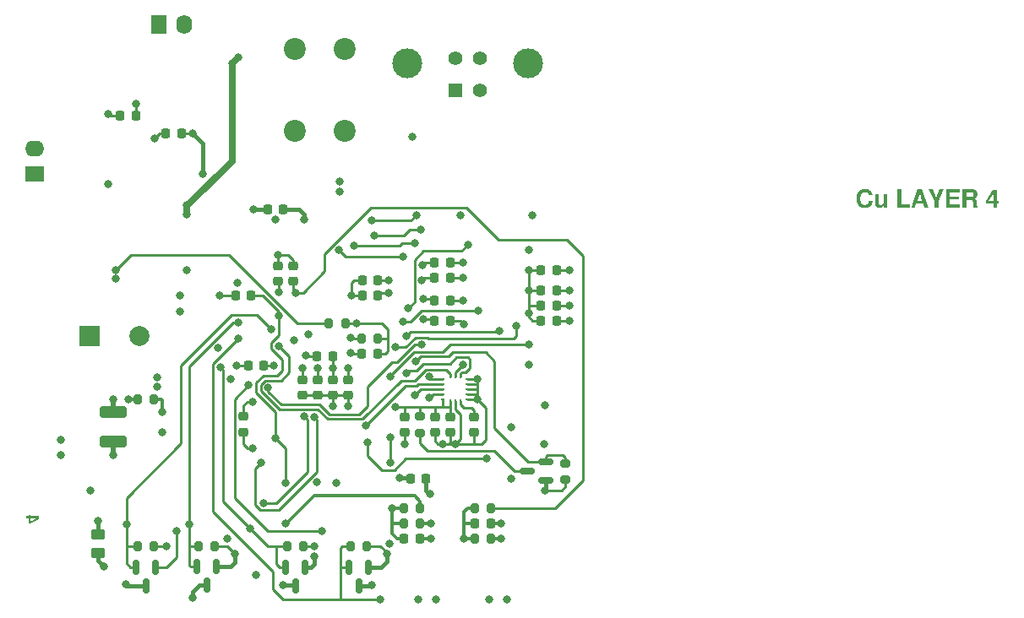
<source format=gbr>
%TF.GenerationSoftware,KiCad,Pcbnew,7.0.7-7.0.7~ubuntu20.04.1*%
%TF.CreationDate,2023-08-17T20:41:32-07:00*%
%TF.ProjectId,IMU-2X,494d552d-3258-42e6-9b69-6361645f7063,1.0*%
%TF.SameCoordinates,Original*%
%TF.FileFunction,Copper,L4,Bot*%
%TF.FilePolarity,Positive*%
%FSLAX46Y46*%
G04 Gerber Fmt 4.6, Leading zero omitted, Abs format (unit mm)*
G04 Created by KiCad (PCBNEW 7.0.7-7.0.7~ubuntu20.04.1) date 2023-08-17 20:41:32*
%MOMM*%
%LPD*%
G01*
G04 APERTURE LIST*
G04 Aperture macros list*
%AMRoundRect*
0 Rectangle with rounded corners*
0 $1 Rounding radius*
0 $2 $3 $4 $5 $6 $7 $8 $9 X,Y pos of 4 corners*
0 Add a 4 corners polygon primitive as box body*
4,1,4,$2,$3,$4,$5,$6,$7,$8,$9,$2,$3,0*
0 Add four circle primitives for the rounded corners*
1,1,$1+$1,$2,$3*
1,1,$1+$1,$4,$5*
1,1,$1+$1,$6,$7*
1,1,$1+$1,$8,$9*
0 Add four rect primitives between the rounded corners*
20,1,$1+$1,$2,$3,$4,$5,0*
20,1,$1+$1,$4,$5,$6,$7,0*
20,1,$1+$1,$6,$7,$8,$9,0*
20,1,$1+$1,$8,$9,$2,$3,0*%
G04 Aperture macros list end*
%ADD10C,0.300000*%
%TA.AperFunction,NonConductor*%
%ADD11C,0.300000*%
%TD*%
%TA.AperFunction,ComponentPad*%
%ADD12C,2.200000*%
%TD*%
%TA.AperFunction,ComponentPad*%
%ADD13R,1.905000X1.600200*%
%TD*%
%TA.AperFunction,ComponentPad*%
%ADD14O,1.905000X1.600200*%
%TD*%
%TA.AperFunction,ComponentPad*%
%ADD15R,1.600200X1.905000*%
%TD*%
%TA.AperFunction,ComponentPad*%
%ADD16O,1.600200X1.905000*%
%TD*%
%TA.AperFunction,ComponentPad*%
%ADD17R,1.400000X1.400000*%
%TD*%
%TA.AperFunction,ComponentPad*%
%ADD18C,1.400000*%
%TD*%
%TA.AperFunction,ComponentPad*%
%ADD19C,3.000000*%
%TD*%
%TA.AperFunction,ComponentPad*%
%ADD20R,2.000000X2.000000*%
%TD*%
%TA.AperFunction,ComponentPad*%
%ADD21C,2.000000*%
%TD*%
%TA.AperFunction,SMDPad,CuDef*%
%ADD22RoundRect,0.225000X-0.250000X0.225000X-0.250000X-0.225000X0.250000X-0.225000X0.250000X0.225000X0*%
%TD*%
%TA.AperFunction,SMDPad,CuDef*%
%ADD23RoundRect,0.225000X0.225000X0.250000X-0.225000X0.250000X-0.225000X-0.250000X0.225000X-0.250000X0*%
%TD*%
%TA.AperFunction,SMDPad,CuDef*%
%ADD24RoundRect,0.250000X-0.450000X0.262500X-0.450000X-0.262500X0.450000X-0.262500X0.450000X0.262500X0*%
%TD*%
%TA.AperFunction,SMDPad,CuDef*%
%ADD25RoundRect,0.225000X-0.225000X-0.250000X0.225000X-0.250000X0.225000X0.250000X-0.225000X0.250000X0*%
%TD*%
%TA.AperFunction,SMDPad,CuDef*%
%ADD26RoundRect,0.200000X0.200000X0.275000X-0.200000X0.275000X-0.200000X-0.275000X0.200000X-0.275000X0*%
%TD*%
%TA.AperFunction,SMDPad,CuDef*%
%ADD27RoundRect,0.150000X-0.150000X0.587500X-0.150000X-0.587500X0.150000X-0.587500X0.150000X0.587500X0*%
%TD*%
%TA.AperFunction,SMDPad,CuDef*%
%ADD28RoundRect,0.200000X-0.200000X-0.275000X0.200000X-0.275000X0.200000X0.275000X-0.200000X0.275000X0*%
%TD*%
%TA.AperFunction,SMDPad,CuDef*%
%ADD29RoundRect,0.225000X0.250000X-0.225000X0.250000X0.225000X-0.250000X0.225000X-0.250000X-0.225000X0*%
%TD*%
%TA.AperFunction,SMDPad,CuDef*%
%ADD30RoundRect,0.200000X0.275000X-0.200000X0.275000X0.200000X-0.275000X0.200000X-0.275000X-0.200000X0*%
%TD*%
%TA.AperFunction,SMDPad,CuDef*%
%ADD31RoundRect,0.200000X-0.275000X0.200000X-0.275000X-0.200000X0.275000X-0.200000X0.275000X0.200000X0*%
%TD*%
%TA.AperFunction,SMDPad,CuDef*%
%ADD32RoundRect,0.150000X0.587500X0.150000X-0.587500X0.150000X-0.587500X-0.150000X0.587500X-0.150000X0*%
%TD*%
%TA.AperFunction,SMDPad,CuDef*%
%ADD33R,0.350000X0.250000*%
%TD*%
%TA.AperFunction,SMDPad,CuDef*%
%ADD34R,0.250000X0.350000*%
%TD*%
%TA.AperFunction,SMDPad,CuDef*%
%ADD35RoundRect,0.250000X-1.100000X0.325000X-1.100000X-0.325000X1.100000X-0.325000X1.100000X0.325000X0*%
%TD*%
%TA.AperFunction,ViaPad*%
%ADD36C,0.812800*%
%TD*%
%TA.AperFunction,Conductor*%
%ADD37C,0.254000*%
%TD*%
%TA.AperFunction,Conductor*%
%ADD38C,0.381000*%
%TD*%
%TA.AperFunction,Conductor*%
%ADD39C,0.304800*%
%TD*%
%TA.AperFunction,Conductor*%
%ADD40C,0.508000*%
%TD*%
%TA.AperFunction,Conductor*%
%ADD41C,0.635000*%
%TD*%
G04 APERTURE END LIST*
D10*
D11*
G36*
X130706252Y-122742352D02*
G01*
X131485445Y-122742352D01*
X131485445Y-123037031D01*
X130709974Y-123499832D01*
X130499046Y-123499832D01*
X130499046Y-122992364D01*
X130706252Y-122992364D01*
X130706252Y-123323025D01*
X131247841Y-122992364D01*
X130706252Y-122992364D01*
X130499046Y-122992364D01*
X130218636Y-122992364D01*
X130218636Y-122742352D01*
X130499046Y-122742352D01*
X130499046Y-122609902D01*
X130706252Y-122609902D01*
X130706252Y-122742352D01*
G37*
D10*
D11*
G36*
X214698400Y-90567224D02*
G01*
X214693760Y-90547053D01*
X214688631Y-90527521D01*
X214683015Y-90508630D01*
X214676911Y-90490380D01*
X214670320Y-90472770D01*
X214663240Y-90455800D01*
X214655673Y-90439471D01*
X214647619Y-90423781D01*
X214630046Y-90394324D01*
X214610523Y-90367429D01*
X214589049Y-90343095D01*
X214565624Y-90321322D01*
X214540249Y-90302111D01*
X214512922Y-90285462D01*
X214483645Y-90271374D01*
X214452417Y-90259847D01*
X214419238Y-90250882D01*
X214401917Y-90247360D01*
X214384109Y-90244478D01*
X214365813Y-90242237D01*
X214347028Y-90240636D01*
X214327757Y-90239675D01*
X214307997Y-90239355D01*
X214280532Y-90240020D01*
X214253830Y-90242015D01*
X214227891Y-90245340D01*
X214202716Y-90249995D01*
X214178303Y-90255979D01*
X214154655Y-90263294D01*
X214131769Y-90271938D01*
X214109647Y-90281913D01*
X214088289Y-90293217D01*
X214067693Y-90305852D01*
X214047861Y-90319816D01*
X214028793Y-90335110D01*
X214010488Y-90351734D01*
X213992946Y-90369689D01*
X213976167Y-90388973D01*
X213960152Y-90409586D01*
X213945007Y-90431330D01*
X213930839Y-90454112D01*
X213917648Y-90477932D01*
X213905435Y-90502790D01*
X213894198Y-90528687D01*
X213883939Y-90555621D01*
X213874656Y-90583594D01*
X213866351Y-90612605D01*
X213859023Y-90642654D01*
X213852672Y-90673741D01*
X213847298Y-90705866D01*
X213842901Y-90739030D01*
X213839481Y-90773232D01*
X213838137Y-90790722D01*
X213837038Y-90808471D01*
X213836183Y-90826481D01*
X213835573Y-90844749D01*
X213835206Y-90863278D01*
X213835084Y-90882065D01*
X213835202Y-90900557D01*
X213835557Y-90918795D01*
X213836149Y-90936778D01*
X213836977Y-90954506D01*
X213838042Y-90971980D01*
X213840882Y-91006165D01*
X213844668Y-91039332D01*
X213849401Y-91071481D01*
X213855080Y-91102612D01*
X213861706Y-91132726D01*
X213869279Y-91161821D01*
X213877798Y-91189899D01*
X213887263Y-91216959D01*
X213897675Y-91243001D01*
X213909034Y-91268026D01*
X213921339Y-91292033D01*
X213934591Y-91315021D01*
X213948790Y-91336992D01*
X213956244Y-91347596D01*
X213971818Y-91367895D01*
X213988142Y-91386884D01*
X214005215Y-91404563D01*
X214023039Y-91420933D01*
X214041612Y-91435993D01*
X214060935Y-91449743D01*
X214081008Y-91462184D01*
X214101831Y-91473316D01*
X214123403Y-91483137D01*
X214145725Y-91491650D01*
X214168797Y-91498852D01*
X214192619Y-91504745D01*
X214217190Y-91509329D01*
X214242512Y-91512603D01*
X214268583Y-91514567D01*
X214295404Y-91515222D01*
X214317007Y-91514851D01*
X214338063Y-91513736D01*
X214358574Y-91511879D01*
X214378538Y-91509278D01*
X214397956Y-91505935D01*
X214416828Y-91501848D01*
X214435154Y-91497019D01*
X214452933Y-91491446D01*
X214470166Y-91485131D01*
X214486853Y-91478072D01*
X214502994Y-91470271D01*
X214518588Y-91461726D01*
X214533636Y-91452439D01*
X214548138Y-91442408D01*
X214562094Y-91431635D01*
X214575504Y-91420118D01*
X214588299Y-91407918D01*
X214600413Y-91395094D01*
X214611845Y-91381645D01*
X214622594Y-91367572D01*
X214632662Y-91352875D01*
X214642048Y-91337554D01*
X214650752Y-91321608D01*
X214658774Y-91305038D01*
X214666114Y-91287844D01*
X214672772Y-91270026D01*
X214678748Y-91251583D01*
X214684043Y-91232516D01*
X214688655Y-91212825D01*
X214692585Y-91192510D01*
X214695834Y-91171570D01*
X214698400Y-91150006D01*
X215063616Y-91150006D01*
X215062316Y-91169422D01*
X215060639Y-91188586D01*
X215058587Y-91207498D01*
X215056159Y-91226158D01*
X215053356Y-91244567D01*
X215050176Y-91262723D01*
X215046621Y-91280628D01*
X215042690Y-91298280D01*
X215038384Y-91315681D01*
X215033701Y-91332830D01*
X215028643Y-91349726D01*
X215023209Y-91366371D01*
X215017400Y-91382764D01*
X215004654Y-91414795D01*
X214990404Y-91445817D01*
X214974652Y-91475833D01*
X214957397Y-91504840D01*
X214938639Y-91532840D01*
X214918378Y-91559832D01*
X214896613Y-91585817D01*
X214873346Y-91610794D01*
X214848576Y-91634763D01*
X214835628Y-91646370D01*
X214822391Y-91657671D01*
X214808899Y-91668614D01*
X214781148Y-91689423D01*
X214752376Y-91708797D01*
X214737608Y-91717946D01*
X214722584Y-91726736D01*
X214707304Y-91735167D01*
X214691769Y-91743239D01*
X214675979Y-91750953D01*
X214659934Y-91758308D01*
X214643634Y-91765304D01*
X214627078Y-91771942D01*
X214610267Y-91778220D01*
X214593200Y-91784140D01*
X214575878Y-91789701D01*
X214558301Y-91794903D01*
X214540469Y-91799747D01*
X214522381Y-91804231D01*
X214504038Y-91808357D01*
X214485440Y-91812124D01*
X214466586Y-91815533D01*
X214447477Y-91818582D01*
X214428113Y-91821273D01*
X214408494Y-91823605D01*
X214388619Y-91825579D01*
X214368489Y-91827193D01*
X214348104Y-91828449D01*
X214327463Y-91829346D01*
X214306567Y-91829884D01*
X214285416Y-91830063D01*
X214261820Y-91829813D01*
X214238532Y-91829062D01*
X214215551Y-91827811D01*
X214192877Y-91826060D01*
X214170510Y-91823808D01*
X214148450Y-91821056D01*
X214126696Y-91817803D01*
X214105250Y-91814050D01*
X214084111Y-91809796D01*
X214063280Y-91805042D01*
X214042755Y-91799788D01*
X214022537Y-91794033D01*
X214002626Y-91787778D01*
X213983022Y-91781022D01*
X213963725Y-91773766D01*
X213944736Y-91766009D01*
X213926053Y-91757752D01*
X213907677Y-91748995D01*
X213889609Y-91739737D01*
X213871847Y-91729979D01*
X213854393Y-91719720D01*
X213837245Y-91708961D01*
X213820405Y-91697702D01*
X213803871Y-91685942D01*
X213787645Y-91673682D01*
X213771726Y-91660921D01*
X213756113Y-91647660D01*
X213740808Y-91633898D01*
X213725810Y-91619636D01*
X213711119Y-91604874D01*
X213696735Y-91589611D01*
X213682657Y-91573848D01*
X213668951Y-91557654D01*
X213655681Y-91541101D01*
X213642845Y-91524189D01*
X213630444Y-91506917D01*
X213618478Y-91489285D01*
X213606948Y-91471294D01*
X213595853Y-91452943D01*
X213585192Y-91434232D01*
X213574967Y-91415162D01*
X213565177Y-91395732D01*
X213555822Y-91375942D01*
X213546903Y-91355793D01*
X213538418Y-91335284D01*
X213530368Y-91314416D01*
X213522754Y-91293188D01*
X213515575Y-91271600D01*
X213508830Y-91249653D01*
X213502521Y-91227346D01*
X213496647Y-91204679D01*
X213491208Y-91181653D01*
X213486204Y-91158267D01*
X213481636Y-91134522D01*
X213477502Y-91110417D01*
X213473804Y-91085952D01*
X213470540Y-91061128D01*
X213467712Y-91035944D01*
X213465319Y-91010401D01*
X213463361Y-90984497D01*
X213461838Y-90958235D01*
X213460750Y-90931612D01*
X213460098Y-90904630D01*
X213459880Y-90877289D01*
X213460100Y-90849785D01*
X213460759Y-90822644D01*
X213461857Y-90795865D01*
X213463395Y-90769449D01*
X213465372Y-90743394D01*
X213467789Y-90717702D01*
X213470644Y-90692372D01*
X213473939Y-90667403D01*
X213477674Y-90642798D01*
X213481848Y-90618554D01*
X213486461Y-90594672D01*
X213491514Y-90571153D01*
X213497005Y-90547996D01*
X213502937Y-90525201D01*
X213509307Y-90502768D01*
X213516117Y-90480697D01*
X213523367Y-90458989D01*
X213531055Y-90437642D01*
X213539183Y-90416658D01*
X213547751Y-90396036D01*
X213556757Y-90375776D01*
X213566204Y-90355879D01*
X213576089Y-90336343D01*
X213586414Y-90317170D01*
X213597178Y-90298359D01*
X213608381Y-90279910D01*
X213620024Y-90261823D01*
X213632106Y-90244098D01*
X213644628Y-90226736D01*
X213657589Y-90209735D01*
X213670989Y-90193097D01*
X213684829Y-90176821D01*
X213699071Y-90160978D01*
X213713626Y-90145637D01*
X213728493Y-90130800D01*
X213743672Y-90116465D01*
X213759163Y-90102634D01*
X213774966Y-90089305D01*
X213791081Y-90076479D01*
X213807508Y-90064157D01*
X213824248Y-90052337D01*
X213841299Y-90041020D01*
X213858663Y-90030207D01*
X213876339Y-90019896D01*
X213894327Y-90010088D01*
X213912627Y-90000783D01*
X213931240Y-89991981D01*
X213950164Y-89983682D01*
X213969401Y-89975886D01*
X213988949Y-89968593D01*
X214008810Y-89961803D01*
X214028983Y-89955516D01*
X214049468Y-89949732D01*
X214070265Y-89944451D01*
X214091374Y-89939673D01*
X214112796Y-89935398D01*
X214134529Y-89931625D01*
X214156575Y-89928356D01*
X214178933Y-89925590D01*
X214201603Y-89923326D01*
X214224585Y-89921566D01*
X214247879Y-89920309D01*
X214271485Y-89919554D01*
X214295404Y-89919303D01*
X214315456Y-89919471D01*
X214335281Y-89919978D01*
X214354879Y-89920822D01*
X214374250Y-89922003D01*
X214393393Y-89923522D01*
X214412309Y-89925379D01*
X214430997Y-89927573D01*
X214449459Y-89930105D01*
X214467693Y-89932974D01*
X214485699Y-89936181D01*
X214503479Y-89939726D01*
X214521031Y-89943608D01*
X214538356Y-89947828D01*
X214555453Y-89952385D01*
X214572323Y-89957280D01*
X214588966Y-89962512D01*
X214621570Y-89973989D01*
X214653264Y-89986817D01*
X214684049Y-90000995D01*
X214713925Y-90016523D01*
X214742892Y-90033402D01*
X214770950Y-90051631D01*
X214798098Y-90071210D01*
X214824337Y-90092140D01*
X214849465Y-90114199D01*
X214873171Y-90137276D01*
X214895456Y-90161371D01*
X214916319Y-90186483D01*
X214935761Y-90212614D01*
X214953782Y-90239762D01*
X214970380Y-90267928D01*
X214985557Y-90297112D01*
X214999313Y-90327314D01*
X215011647Y-90358533D01*
X215022560Y-90390771D01*
X215032051Y-90424026D01*
X215036263Y-90441035D01*
X215040120Y-90458299D01*
X215043622Y-90475817D01*
X215046768Y-90493589D01*
X215049559Y-90511616D01*
X215051995Y-90529898D01*
X215054075Y-90548434D01*
X215055800Y-90567224D01*
X214698400Y-90567224D01*
G37*
G36*
X216524914Y-91772741D02*
G01*
X216174897Y-91772741D01*
X216174897Y-91612497D01*
X216156317Y-91638843D01*
X216136838Y-91663489D01*
X216116460Y-91686436D01*
X216095183Y-91707682D01*
X216073007Y-91727229D01*
X216049931Y-91745077D01*
X216025957Y-91761224D01*
X216001083Y-91775672D01*
X215975311Y-91788420D01*
X215948639Y-91799468D01*
X215921068Y-91808817D01*
X215892599Y-91816465D01*
X215863230Y-91822415D01*
X215832962Y-91826664D01*
X215801795Y-91829213D01*
X215769729Y-91830063D01*
X215743234Y-91829585D01*
X215717489Y-91828150D01*
X215692493Y-91825758D01*
X215668247Y-91822409D01*
X215644751Y-91818104D01*
X215622005Y-91812842D01*
X215600008Y-91806623D01*
X215578762Y-91799448D01*
X215558265Y-91791315D01*
X215538518Y-91782226D01*
X215519520Y-91772181D01*
X215501273Y-91761178D01*
X215483775Y-91749219D01*
X215467027Y-91736303D01*
X215451029Y-91722430D01*
X215435780Y-91707601D01*
X215421372Y-91691901D01*
X215407893Y-91675418D01*
X215395343Y-91658151D01*
X215383723Y-91640100D01*
X215373033Y-91621266D01*
X215363272Y-91601647D01*
X215354441Y-91581245D01*
X215346539Y-91560060D01*
X215339567Y-91538090D01*
X215333525Y-91515337D01*
X215328412Y-91491801D01*
X215324229Y-91467480D01*
X215320975Y-91442376D01*
X215318651Y-91416488D01*
X215317257Y-91389817D01*
X215316792Y-91362361D01*
X215316792Y-90422180D01*
X215667243Y-90422180D01*
X215667243Y-91289839D01*
X215668122Y-91319235D01*
X215670758Y-91346735D01*
X215675151Y-91372337D01*
X215681302Y-91396044D01*
X215689211Y-91417854D01*
X215698876Y-91437767D01*
X215710300Y-91455784D01*
X215723480Y-91471904D01*
X215738418Y-91486128D01*
X215755114Y-91498455D01*
X215773566Y-91508886D01*
X215793777Y-91517421D01*
X215815744Y-91524058D01*
X215839469Y-91528800D01*
X215864952Y-91531644D01*
X215892192Y-91532593D01*
X215915688Y-91531955D01*
X215938298Y-91530043D01*
X215960023Y-91526856D01*
X215980863Y-91522394D01*
X216000817Y-91516658D01*
X216019886Y-91509646D01*
X216038069Y-91501360D01*
X216055366Y-91491799D01*
X216071778Y-91480963D01*
X216087305Y-91468853D01*
X216097164Y-91460071D01*
X216111056Y-91446053D01*
X216123581Y-91431195D01*
X216134740Y-91415498D01*
X216144533Y-91398962D01*
X216152959Y-91381585D01*
X216160019Y-91363369D01*
X216165712Y-91344313D01*
X216170039Y-91324417D01*
X216173000Y-91303682D01*
X216174594Y-91282107D01*
X216174897Y-91267257D01*
X216174897Y-90422180D01*
X216524914Y-90422180D01*
X216524914Y-91772741D01*
G37*
G36*
X217946259Y-89949267D02*
G01*
X217946259Y-91460071D01*
X218819130Y-91460071D01*
X218819130Y-91772741D01*
X217571055Y-91772741D01*
X217571055Y-89949267D01*
X217946259Y-89949267D01*
G37*
G36*
X220630009Y-91772741D02*
G01*
X220244818Y-91772741D01*
X220124961Y-91404919D01*
X219441864Y-91404919D01*
X219319401Y-91772741D01*
X218936815Y-91772741D01*
X219178447Y-91092249D01*
X219546956Y-91092249D01*
X220022040Y-91092249D01*
X219784498Y-90379622D01*
X219546956Y-91092249D01*
X219178447Y-91092249D01*
X219584302Y-89949267D01*
X219999893Y-89949267D01*
X220630009Y-91772741D01*
G37*
G36*
X221650964Y-91097460D02*
G01*
X221650964Y-91772741D01*
X221275760Y-91772741D01*
X221275760Y-91097460D01*
X220670396Y-89949267D01*
X221088158Y-89949267D01*
X221460756Y-90754826D01*
X221808167Y-89949267D01*
X222228534Y-89949267D01*
X221650964Y-91097460D01*
G37*
G36*
X222820436Y-90987157D02*
G01*
X222820436Y-91460071D01*
X223808386Y-91460071D01*
X223808386Y-91772741D01*
X222445232Y-91772741D01*
X222445232Y-89949267D01*
X223763223Y-89949267D01*
X223763223Y-90261937D01*
X222820436Y-90261937D01*
X222820436Y-90674487D01*
X223693306Y-90674487D01*
X223693306Y-90987157D01*
X222820436Y-90987157D01*
G37*
G36*
X225095988Y-89949453D02*
G01*
X225121487Y-89950433D01*
X225146299Y-89952252D01*
X225170423Y-89954911D01*
X225193861Y-89958410D01*
X225216611Y-89962749D01*
X225238675Y-89967927D01*
X225260051Y-89973944D01*
X225280740Y-89980802D01*
X225300743Y-89988499D01*
X225320058Y-89997036D01*
X225338591Y-90006178D01*
X225356246Y-90015855D01*
X225373024Y-90026066D01*
X225388923Y-90036812D01*
X225403945Y-90048092D01*
X225418088Y-90059906D01*
X225431354Y-90072254D01*
X225443742Y-90085137D01*
X225455252Y-90098554D01*
X225465884Y-90112506D01*
X225472485Y-90122104D01*
X225484848Y-90141456D01*
X225496315Y-90160862D01*
X225506887Y-90180322D01*
X225516563Y-90199837D01*
X225525343Y-90219406D01*
X225533228Y-90239029D01*
X225540216Y-90258707D01*
X225546310Y-90278439D01*
X225551602Y-90298191D01*
X225556189Y-90318147D01*
X225560070Y-90338306D01*
X225563246Y-90358669D01*
X225565716Y-90379236D01*
X225567480Y-90400006D01*
X225568539Y-90420979D01*
X225568891Y-90442156D01*
X225568591Y-90462579D01*
X225567689Y-90482590D01*
X225566185Y-90502192D01*
X225564081Y-90521382D01*
X225561375Y-90540162D01*
X225558067Y-90558532D01*
X225554158Y-90576491D01*
X225549648Y-90594040D01*
X225544537Y-90611178D01*
X225538824Y-90627906D01*
X225532510Y-90644223D01*
X225518077Y-90675626D01*
X225501239Y-90705386D01*
X225481996Y-90733505D01*
X225460347Y-90759981D01*
X225436293Y-90784816D01*
X225423364Y-90796617D01*
X225409833Y-90808008D01*
X225395702Y-90818989D01*
X225380968Y-90829559D01*
X225365634Y-90839718D01*
X225349698Y-90849467D01*
X225333161Y-90858805D01*
X225316022Y-90867733D01*
X225298282Y-90876250D01*
X225279941Y-90884357D01*
X225260998Y-90892054D01*
X225277385Y-90898825D01*
X225296323Y-90906794D01*
X225313543Y-90914211D01*
X225331940Y-90922384D01*
X225347863Y-90929763D01*
X225361313Y-90936348D01*
X225377653Y-90945739D01*
X225392038Y-90956183D01*
X225406507Y-90968704D01*
X225418975Y-90981091D01*
X225427321Y-90990197D01*
X225439230Y-91003943D01*
X225451116Y-91019323D01*
X225460841Y-91033997D01*
X225469309Y-91049902D01*
X225472485Y-91057508D01*
X225478130Y-91075611D01*
X225482364Y-91093286D01*
X225485893Y-91110696D01*
X225489421Y-91130546D01*
X225492244Y-91148181D01*
X225495067Y-91167377D01*
X225497747Y-91187319D01*
X225500142Y-91207193D01*
X225502252Y-91227000D01*
X225504078Y-91246738D01*
X225505618Y-91266409D01*
X225506873Y-91286012D01*
X225507843Y-91305547D01*
X225508529Y-91325015D01*
X225509180Y-91345615D01*
X225509832Y-91368549D01*
X225510320Y-91387282D01*
X225510809Y-91407328D01*
X225511297Y-91428687D01*
X225511786Y-91451358D01*
X225512274Y-91475343D01*
X225512763Y-91500640D01*
X225513089Y-91518235D01*
X225513414Y-91536413D01*
X225513740Y-91555174D01*
X225514446Y-91574349D01*
X225516564Y-91592462D01*
X225520095Y-91609514D01*
X225526999Y-91630599D01*
X225536414Y-91649798D01*
X225548339Y-91667111D01*
X225562775Y-91682538D01*
X225579721Y-91696078D01*
X225594079Y-91704995D01*
X225594079Y-91772741D01*
X225191082Y-91772741D01*
X225182763Y-91756537D01*
X225175177Y-91740496D01*
X225166725Y-91720675D01*
X225159418Y-91701107D01*
X225153256Y-91681794D01*
X225148239Y-91662736D01*
X225145050Y-91647673D01*
X225141797Y-91627291D01*
X225139592Y-91608604D01*
X225137740Y-91587800D01*
X225136240Y-91564879D01*
X225135347Y-91546299D01*
X225134652Y-91526528D01*
X225134156Y-91505566D01*
X225133858Y-91483414D01*
X225133759Y-91460071D01*
X225133793Y-91441798D01*
X225133931Y-91420388D01*
X225134175Y-91400568D01*
X225134525Y-91382339D01*
X225135084Y-91362563D01*
X225135797Y-91345077D01*
X225135930Y-91342385D01*
X225136946Y-91324244D01*
X225137801Y-91304682D01*
X225138330Y-91286368D01*
X225138536Y-91267257D01*
X225138051Y-91246319D01*
X225136597Y-91226494D01*
X225134173Y-91207785D01*
X225130780Y-91190189D01*
X225124748Y-91168462D01*
X225116993Y-91148717D01*
X225107513Y-91130953D01*
X225096311Y-91115170D01*
X225083385Y-91101369D01*
X225068647Y-91089257D01*
X225051792Y-91078760D01*
X225032820Y-91069878D01*
X225011731Y-91062611D01*
X224994525Y-91058220D01*
X224976128Y-91054738D01*
X224956541Y-91052164D01*
X224935762Y-91050499D01*
X224913793Y-91049742D01*
X224906205Y-91049691D01*
X224475850Y-91049691D01*
X224475850Y-91772741D01*
X224100646Y-91772741D01*
X224100646Y-90261937D01*
X224475850Y-90261937D01*
X224475850Y-90737021D01*
X224928352Y-90737021D01*
X224952680Y-90736605D01*
X224975833Y-90735357D01*
X224997810Y-90733277D01*
X225018611Y-90730365D01*
X225038237Y-90726621D01*
X225056688Y-90722044D01*
X225073962Y-90716636D01*
X225095167Y-90708131D01*
X225114281Y-90698146D01*
X225127245Y-90689687D01*
X225142818Y-90676191D01*
X225156314Y-90659587D01*
X225167734Y-90639875D01*
X225174936Y-90623052D01*
X225180970Y-90604481D01*
X225185836Y-90584162D01*
X225189535Y-90562094D01*
X225192065Y-90538279D01*
X225193428Y-90512716D01*
X225193688Y-90494702D01*
X225193115Y-90469230D01*
X225191398Y-90445415D01*
X225188535Y-90423256D01*
X225184527Y-90402754D01*
X225179375Y-90383908D01*
X225173077Y-90366718D01*
X225162899Y-90346376D01*
X225150685Y-90328978D01*
X225136436Y-90314525D01*
X225128548Y-90308403D01*
X225111171Y-90297513D01*
X225091608Y-90288074D01*
X225069861Y-90280088D01*
X225052117Y-90275051D01*
X225033144Y-90270831D01*
X225012942Y-90267427D01*
X224991511Y-90264841D01*
X224968850Y-90263071D01*
X224944961Y-90262118D01*
X224928352Y-90261937D01*
X224475850Y-90261937D01*
X224100646Y-90261937D01*
X224100646Y-89949267D01*
X225078608Y-89949267D01*
X225095988Y-89949453D01*
G37*
G36*
X227508314Y-91090078D02*
G01*
X227693744Y-91090078D01*
X227693744Y-91380166D01*
X227508314Y-91380166D01*
X227508314Y-91772741D01*
X227158297Y-91772741D01*
X227158297Y-91380166D01*
X226447841Y-91380166D01*
X226447841Y-91090078D01*
X226695372Y-91090078D01*
X227158297Y-91090078D01*
X227158297Y-90331853D01*
X226695372Y-91090078D01*
X226447841Y-91090078D01*
X226447841Y-91084867D01*
X227095763Y-89999207D01*
X227508314Y-89999207D01*
X227508314Y-91090078D01*
G37*
D12*
%TO.P,J2,1,Pin_1*%
%TO.N,/V_{BAT}*%
X162178500Y-75910500D03*
%TO.P,J2,2,Pin_2*%
%TO.N,GND*%
X157178500Y-75910500D03*
%TO.P,J2,3,Pin_3*%
%TO.N,/V_{BAT}*%
X162178500Y-84110500D03*
%TO.P,J2,4,Pin_4*%
%TO.N,GND*%
X157178500Y-84110500D03*
%TD*%
D13*
%TO.P,J4,1,Pin_1*%
%TO.N,/CAN_H*%
X131064000Y-88392000D03*
D14*
%TO.P,J4,2,Pin_2*%
%TO.N,/CAN_L*%
X131064000Y-85852000D03*
%TD*%
D15*
%TO.P,J1,1,Pin_1*%
%TO.N,/CAN_H*%
X143510000Y-73406000D03*
D16*
%TO.P,J1,2,Pin_2*%
%TO.N,/CAN_L*%
X146050000Y-73406000D03*
%TD*%
D17*
%TO.P,J3,1,VBUS*%
%TO.N,Net-(J3-VBUS)*%
X173228000Y-80010000D03*
D18*
%TO.P,J3,2,D-*%
%TO.N,/USB_D-*%
X175728000Y-80010000D03*
%TO.P,J3,3,D+*%
%TO.N,/USB_D+*%
X175728000Y-76810000D03*
%TO.P,J3,4,GND*%
%TO.N,GND*%
X173228000Y-76810000D03*
D19*
%TO.P,J3,5,Shield*%
X180498000Y-77300000D03*
X168458000Y-77300000D03*
%TD*%
D20*
%TO.P,C5,1*%
%TO.N,/Power Supply/V_{BAT_MON}*%
X136570323Y-104648000D03*
D21*
%TO.P,C5,2*%
%TO.N,GND*%
X141570323Y-104648000D03*
%TD*%
D22*
%TO.P,C31,1*%
%TO.N,Net-(U6-VREF+{slash}VREFBUF_OUT)*%
X157937200Y-109029200D03*
%TO.P,C31,2*%
%TO.N,GND*%
X157937200Y-110579200D03*
%TD*%
D23*
%TO.P,C10,1*%
%TO.N,+5V*%
X145809000Y-84328000D03*
%TO.P,C10,2*%
%TO.N,GND*%
X144259000Y-84328000D03*
%TD*%
%TO.P,C22,1*%
%TO.N,+3V3*%
X183401000Y-101600000D03*
%TO.P,C22,2*%
%TO.N,GND*%
X181851000Y-101600000D03*
%TD*%
D24*
%TO.P,R26,1*%
%TO.N,Net-(D5-KA)*%
X137414000Y-124563500D03*
%TO.P,R26,2*%
%TO.N,+3V3*%
X137414000Y-126388500D03*
%TD*%
D23*
%TO.P,C23,1*%
%TO.N,+3V3*%
X183401000Y-103124000D03*
%TO.P,C23,2*%
%TO.N,GND*%
X181851000Y-103124000D03*
%TD*%
%TO.P,C26,1*%
%TO.N,+3V3*%
X160947400Y-106680000D03*
%TO.P,C26,2*%
%TO.N,GND*%
X159397400Y-106680000D03*
%TD*%
%TO.P,C20,1*%
%TO.N,/~{T_NRST}*%
X152794000Y-100584000D03*
%TO.P,C20,2*%
%TO.N,GND*%
X151244000Y-100584000D03*
%TD*%
D25*
%TO.P,C16,1*%
%TO.N,+3V3*%
X171183000Y-98806000D03*
%TO.P,C16,2*%
%TO.N,GND*%
X172733000Y-98806000D03*
%TD*%
%TO.P,C17,1*%
%TO.N,+3V3*%
X163918600Y-99085400D03*
%TO.P,C17,2*%
%TO.N,GND*%
X165468600Y-99085400D03*
%TD*%
D26*
%TO.P,R14,1*%
%TO.N,Net-(U6-PA8{slash}ADC5_IN1)*%
X165493200Y-104902000D03*
%TO.P,R14,2*%
%TO.N,GND*%
X163843200Y-104902000D03*
%TD*%
D27*
%TO.P,Q3,1,G*%
%TO.N,/LED2_RED*%
X156276000Y-127840500D03*
%TO.P,Q3,2,S*%
%TO.N,GND*%
X158176000Y-127840500D03*
%TO.P,Q3,3,D*%
%TO.N,Net-(D4-KA)*%
X157226000Y-129715500D03*
%TD*%
%TO.P,Q5,1,G*%
%TO.N,/LED1_RED*%
X141290000Y-127840500D03*
%TO.P,Q5,2,S*%
%TO.N,GND*%
X143190000Y-127840500D03*
%TO.P,Q5,3,D*%
%TO.N,Net-(D3-KA)*%
X142240000Y-129715500D03*
%TD*%
D28*
%TO.P,R19,1*%
%TO.N,Net-(C40-Pad1)*%
X168085000Y-121920000D03*
%TO.P,R19,2*%
%TO.N,/~{T_NRST}*%
X169735000Y-121920000D03*
%TD*%
D27*
%TO.P,Q2,1,G*%
%TO.N,/LED2_GRN*%
X162626000Y-127840500D03*
%TO.P,Q2,2,S*%
%TO.N,GND*%
X164526000Y-127840500D03*
%TO.P,Q2,3,D*%
%TO.N,Net-(D4-AK)*%
X163576000Y-129715500D03*
%TD*%
D22*
%TO.P,C35,1*%
%TO.N,+3V3*%
X151990000Y-112745000D03*
%TO.P,C35,2*%
%TO.N,GND*%
X151990000Y-114295000D03*
%TD*%
D25*
%TO.P,C9,1*%
%TO.N,+3V3*%
X139687000Y-82550000D03*
%TO.P,C9,2*%
%TO.N,GND*%
X141237000Y-82550000D03*
%TD*%
%TO.P,C12,1*%
%TO.N,+3V3*%
X171183000Y-97282000D03*
%TO.P,C12,2*%
%TO.N,GND*%
X172733000Y-97282000D03*
%TD*%
D23*
%TO.P,C39,1*%
%TO.N,+3V3*%
X176797000Y-123444000D03*
%TO.P,C39,2*%
%TO.N,Net-(C39-Pad2)*%
X175247000Y-123444000D03*
%TD*%
D22*
%TO.P,C33,1*%
%TO.N,Net-(U10-VDD)*%
X172720000Y-112763000D03*
%TO.P,C33,2*%
%TO.N,GND*%
X172720000Y-114313000D03*
%TD*%
D26*
%TO.P,R25,1*%
%TO.N,+3V3*%
X143065000Y-125730000D03*
%TO.P,R25,2*%
%TO.N,/LED1_RED*%
X141415000Y-125730000D03*
%TD*%
D29*
%TO.P,C15,1*%
%TO.N,+3V3*%
X155498800Y-99200000D03*
%TO.P,C15,2*%
%TO.N,GND*%
X155498800Y-97650000D03*
%TD*%
D26*
%TO.P,R15,1*%
%TO.N,GND*%
X143065000Y-110998000D03*
%TO.P,R15,2*%
%TO.N,Net-(U8-FB)*%
X141415000Y-110998000D03*
%TD*%
D22*
%TO.P,C37,1*%
%TO.N,Net-(U10-VDD)*%
X171196000Y-112763000D03*
%TO.P,C37,2*%
%TO.N,GND*%
X171196000Y-114313000D03*
%TD*%
D30*
%TO.P,R17,1*%
%TO.N,+3V3*%
X184277000Y-119062000D03*
%TO.P,R17,2*%
%TO.N,/TDK_PWR_EN*%
X184277000Y-117412000D03*
%TD*%
D28*
%TO.P,R22,1*%
%TO.N,/LED2_GRN*%
X162751000Y-125730000D03*
%TO.P,R22,2*%
%TO.N,GND*%
X164401000Y-125730000D03*
%TD*%
D31*
%TO.P,R16,1*%
%TO.N,Net-(U10-VDD)*%
X169672000Y-112713000D03*
%TO.P,R16,2*%
%TO.N,Net-(Q1-D)*%
X169672000Y-114363000D03*
%TD*%
D22*
%TO.P,C32,1*%
%TO.N,Net-(U10-REGOUT)*%
X175133000Y-112763000D03*
%TO.P,C32,2*%
%TO.N,GND*%
X175133000Y-114313000D03*
%TD*%
D32*
%TO.P,Q1,1,G*%
%TO.N,/TDK_PWR_EN*%
X182293500Y-117287000D03*
%TO.P,Q1,2,S*%
%TO.N,+3V3*%
X182293500Y-119187000D03*
%TO.P,Q1,3,D*%
%TO.N,Net-(Q1-D)*%
X180418500Y-118237000D03*
%TD*%
D22*
%TO.P,C28,1*%
%TO.N,+3V3*%
X162509200Y-109029200D03*
%TO.P,C28,2*%
%TO.N,GND*%
X162509200Y-110579200D03*
%TD*%
D23*
%TO.P,C25,1*%
%TO.N,Net-(U6-PA8{slash}ADC5_IN1)*%
X165443200Y-106426000D03*
%TO.P,C25,2*%
%TO.N,GND*%
X163893200Y-106426000D03*
%TD*%
%TO.P,C27,1*%
%TO.N,+3V3*%
X154038600Y-107619800D03*
%TO.P,C27,2*%
%TO.N,GND*%
X152488600Y-107619800D03*
%TD*%
%TO.P,C18,1*%
%TO.N,Net-(U4-VDDD-UNO)*%
X183401000Y-100076000D03*
%TO.P,C18,2*%
%TO.N,GND*%
X181851000Y-100076000D03*
%TD*%
D25*
%TO.P,C38,1*%
%TO.N,+3V3*%
X168785000Y-118940000D03*
%TO.P,C38,2*%
%TO.N,GND*%
X170335000Y-118940000D03*
%TD*%
D28*
%TO.P,R20,1*%
%TO.N,Net-(C40-Pad1)*%
X168085000Y-123444000D03*
%TO.P,R20,2*%
%TO.N,+3V3*%
X169735000Y-123444000D03*
%TD*%
%TO.P,R21,1*%
%TO.N,Net-(C39-Pad2)*%
X175197000Y-124968000D03*
%TO.P,R21,2*%
%TO.N,GND*%
X176847000Y-124968000D03*
%TD*%
D26*
%TO.P,R23,1*%
%TO.N,+3V3*%
X158051000Y-125730000D03*
%TO.P,R23,2*%
%TO.N,/LED2_RED*%
X156401000Y-125730000D03*
%TD*%
D33*
%TO.P,U10,1,VDDIO*%
%TO.N,Net-(U10-VDD)*%
X172003000Y-110982000D03*
%TO.P,U10,2,SCL/SPC*%
%TO.N,/SCK_TDK*%
X172003000Y-110482000D03*
%TO.P,U10,3,SDA/SDI*%
%TO.N,/MOSI_TDK*%
X172003000Y-109982000D03*
%TO.P,U10,4,SA0/SDO*%
%TO.N,/MISO_TDK*%
X172003000Y-109482000D03*
%TO.P,U10,5,~{CS}*%
%TO.N,/~{CS_TDK}*%
X172003000Y-108982000D03*
D34*
%TO.P,U10,6,INT*%
%TO.N,/INT_TDK*%
X172728000Y-108757000D03*
%TO.P,U10,7,RESV*%
%TO.N,GND*%
X173228000Y-108757000D03*
%TO.P,U10,8,FSYNC*%
%TO.N,/FSYNC_TDK*%
X173728000Y-108757000D03*
D33*
%TO.P,U10,9,RESV*%
%TO.N,GND*%
X174453000Y-108982000D03*
%TO.P,U10,10,RESV*%
X174453000Y-109482000D03*
%TO.P,U10,11,RESV*%
X174453000Y-109982000D03*
%TO.P,U10,12,RESV*%
X174453000Y-110482000D03*
%TO.P,U10,13,GND*%
X174453000Y-110982000D03*
D34*
%TO.P,U10,14,REGOUT*%
%TO.N,Net-(U10-REGOUT)*%
X173728000Y-111207000D03*
%TO.P,U10,15,RESV*%
%TO.N,GND*%
X173228000Y-111207000D03*
%TO.P,U10,16,VDD*%
%TO.N,Net-(U10-VDD)*%
X172728000Y-111207000D03*
%TD*%
D25*
%TO.P,C11,1*%
%TO.N,Net-(U3-VOUT)*%
X154469800Y-91948000D03*
%TO.P,C11,2*%
%TO.N,GND*%
X156019800Y-91948000D03*
%TD*%
D29*
%TO.P,C14,1*%
%TO.N,Net-(U6-PB8{slash}BOOT0)*%
X156972000Y-99200000D03*
%TO.P,C14,2*%
%TO.N,GND*%
X156972000Y-97650000D03*
%TD*%
D22*
%TO.P,C34,1*%
%TO.N,Net-(U10-VDD)*%
X168148000Y-112763000D03*
%TO.P,C34,2*%
%TO.N,GND*%
X168148000Y-114313000D03*
%TD*%
D25*
%TO.P,C40,1*%
%TO.N,Net-(C40-Pad1)*%
X168135000Y-124968000D03*
%TO.P,C40,2*%
%TO.N,GND*%
X169685000Y-124968000D03*
%TD*%
D35*
%TO.P,C36,1*%
%TO.N,GND*%
X138938000Y-112317000D03*
%TO.P,C36,2*%
%TO.N,/Power Supply/V_{BAT_MON}*%
X138938000Y-115267000D03*
%TD*%
D25*
%TO.P,C24,1*%
%TO.N,Net-(U4-VDDA-UNO)*%
X171183000Y-103124000D03*
%TO.P,C24,2*%
%TO.N,GND*%
X172733000Y-103124000D03*
%TD*%
D27*
%TO.P,Q4,1,G*%
%TO.N,/LED1_GRN*%
X147386000Y-127792000D03*
%TO.P,Q4,2,S*%
%TO.N,GND*%
X149286000Y-127792000D03*
%TO.P,Q4,3,D*%
%TO.N,Net-(D3-AK)*%
X148336000Y-129667000D03*
%TD*%
D28*
%TO.P,R24,1*%
%TO.N,/LED1_GRN*%
X147511000Y-125730000D03*
%TO.P,R24,2*%
%TO.N,GND*%
X149161000Y-125730000D03*
%TD*%
%TO.P,R13,1*%
%TO.N,/Power Supply/V_{BAT_MON}*%
X160592000Y-103378000D03*
%TO.P,R13,2*%
%TO.N,Net-(U6-PA8{slash}ADC5_IN1)*%
X162242000Y-103378000D03*
%TD*%
D22*
%TO.P,C29,1*%
%TO.N,+3V3*%
X160985200Y-109029200D03*
%TO.P,C29,2*%
%TO.N,GND*%
X160985200Y-110579200D03*
%TD*%
D25*
%TO.P,C21,1*%
%TO.N,Net-(U4-VDDD-DUE)*%
X171170000Y-101092000D03*
%TO.P,C21,2*%
%TO.N,GND*%
X172720000Y-101092000D03*
%TD*%
D28*
%TO.P,R18,1*%
%TO.N,Net-(C39-Pad2)*%
X175197000Y-121920000D03*
%TO.P,R18,2*%
%TO.N,Net-(U6-PB8{slash}BOOT0)*%
X176847000Y-121920000D03*
%TD*%
D22*
%TO.P,C30,1*%
%TO.N,Net-(U6-VREF+{slash}VREFBUF_OUT)*%
X159461200Y-109029200D03*
%TO.P,C30,2*%
%TO.N,GND*%
X159461200Y-110579200D03*
%TD*%
D23*
%TO.P,C13,1*%
%TO.N,Net-(U4-VDDA-DUE)*%
X183401000Y-98044000D03*
%TO.P,C13,2*%
%TO.N,GND*%
X181851000Y-98044000D03*
%TD*%
D25*
%TO.P,C19,1*%
%TO.N,+3V3*%
X163918600Y-100609400D03*
%TO.P,C19,2*%
%TO.N,GND*%
X165468600Y-100609400D03*
%TD*%
D36*
%TO.N,+3V3*%
X178435000Y-131064000D03*
X159131509Y-125717029D03*
X169895020Y-99060000D03*
X161290000Y-119400900D03*
X145669000Y-102235000D03*
X170815000Y-123444000D03*
X144272000Y-125730000D03*
X145669000Y-100584000D03*
X184658000Y-101600000D03*
X161671000Y-90170000D03*
X166624000Y-125476000D03*
X184658000Y-103124000D03*
X155524200Y-100304600D03*
X160959800Y-107873800D03*
X162814000Y-100634800D03*
X176657000Y-131064000D03*
X152908000Y-111252000D03*
X161671000Y-89154000D03*
X167670000Y-118900000D03*
X155092400Y-107619800D03*
X177800000Y-123444000D03*
X138016480Y-127762000D03*
X143383000Y-109728000D03*
X150368000Y-124968000D03*
X138430000Y-82423000D03*
X138500000Y-89450000D03*
X143383000Y-108839000D03*
X182245000Y-120142000D03*
X169926000Y-97536000D03*
X162483800Y-107899200D03*
X153289000Y-128651000D03*
%TO.N,GND*%
X143129000Y-84836000D03*
X143891000Y-112268000D03*
X173990000Y-101092000D03*
X162788600Y-106400600D03*
X168910000Y-84709000D03*
X145288000Y-124206000D03*
X173736000Y-92583000D03*
X180975000Y-92583000D03*
X170815000Y-124968000D03*
X175420000Y-108990000D03*
X138938000Y-110998000D03*
X173294877Y-115473980D03*
X162788600Y-104876600D03*
X168148000Y-115473980D03*
X151130000Y-126492000D03*
X174000900Y-107548920D03*
X180594000Y-100076000D03*
X158115000Y-92964000D03*
X180594000Y-96012000D03*
X169545000Y-131064000D03*
X178880000Y-113820000D03*
X133731000Y-116586000D03*
X171323000Y-131064000D03*
X166370000Y-126492000D03*
X143891000Y-114300000D03*
X175420000Y-110998000D03*
X171958000Y-115473980D03*
X170688000Y-120523000D03*
X149606000Y-100584000D03*
X151358600Y-107619800D03*
X160985200Y-111655772D03*
X166598600Y-100330000D03*
X182190000Y-115470000D03*
X180594000Y-98044000D03*
X155244800Y-92964000D03*
X182200000Y-111570000D03*
X152908000Y-115951000D03*
X159091887Y-126726674D03*
X141224000Y-81407000D03*
X162509200Y-111709200D03*
X136652000Y-120142000D03*
X173990000Y-97282000D03*
X177800000Y-124968000D03*
X149504753Y-105892953D03*
X151384000Y-99314000D03*
X180594000Y-102362000D03*
X173990000Y-98806000D03*
X166573200Y-99085400D03*
X178860000Y-118950000D03*
X174117000Y-103505000D03*
X180594000Y-107569000D03*
X146304000Y-98044000D03*
X155448000Y-96520000D03*
X159370000Y-119354600D03*
X158267400Y-106654600D03*
%TO.N,+5V*%
X146939000Y-84328000D03*
X147955000Y-88392000D03*
%TO.N,Net-(U10-VDD)*%
X167246210Y-111747210D03*
%TO.N,/V_{BAT}*%
X151474497Y-76744503D03*
X150876000Y-77343000D03*
X146304000Y-92456000D03*
X146304000Y-91567000D03*
%TO.N,/Power Supply/V_{BAT_MON}*%
X133731000Y-115062000D03*
X139192000Y-98044000D03*
X138938000Y-116586000D03*
X139192000Y-98890403D03*
%TO.N,Net-(D3-KA)*%
X140208000Y-129540000D03*
%TO.N,Net-(D3-AK)*%
X146939000Y-130937000D03*
%TO.N,Net-(D4-KA)*%
X155956000Y-129667000D03*
%TO.N,Net-(D4-AK)*%
X164846000Y-129667000D03*
%TO.N,/T_SWDIO*%
X152527000Y-109601000D03*
X159901910Y-124214910D03*
X158496000Y-104521000D03*
%TO.N,/T_SWCLK*%
X157061502Y-105118502D03*
X150718020Y-108966000D03*
%TO.N,/~{T_NRST}*%
X156210000Y-119380000D03*
X156209486Y-123444000D03*
X155591490Y-102599510D03*
X155194000Y-114935000D03*
%TO.N,/T_VCP_RX*%
X153797000Y-117348000D03*
X159132678Y-112826193D03*
%TO.N,/T_VCP_TX*%
X154051000Y-121412000D03*
X158115000Y-112744520D03*
%TO.N,/SCK_TDK*%
X170650000Y-110850000D03*
%TO.N,/~{CS_TDK}*%
X170612037Y-108763037D03*
%TO.N,/TDK_PWR_EN*%
X169291353Y-107188353D03*
%TO.N,/LED1_RED*%
X154813000Y-104013000D03*
X140284200Y-123571000D03*
%TO.N,/LED1_GRN*%
X151511000Y-103275900D03*
X146558000Y-123571000D03*
%TO.N,/LED2_RED*%
X149733000Y-107823000D03*
X152654000Y-123952000D03*
%TO.N,/LED2_GRN*%
X151511000Y-104902000D03*
X165735000Y-131064000D03*
%TO.N,/MOSI_TDK*%
X169174008Y-110606992D03*
%TO.N,/MISO_TDK*%
X164320000Y-113639600D03*
%TO.N,/INT_TDK*%
X155569004Y-105652177D03*
%TO.N,/FSYNC_TDK*%
X168325800Y-108387380D03*
%TO.N,/MOSI_DUE*%
X164846000Y-93091000D03*
X169350000Y-92552020D03*
%TO.N,/~{CS_DUE}*%
X169775000Y-94025000D03*
X165100000Y-94615000D03*
%TO.N,/SCK_DUE*%
X169164000Y-95377000D03*
X163068000Y-95631000D03*
%TO.N,/MISO_DUE*%
X161598590Y-96066590D03*
X168021000Y-96743520D03*
%TO.N,/~{RESET_UNO}*%
X169849300Y-105537000D03*
X154482300Y-109855000D03*
%TO.N,/MOSI_UNO*%
X168029910Y-103259910D03*
X175514000Y-102108000D03*
%TO.N,/~{CS_UNO}*%
X180594000Y-105537000D03*
X166751000Y-108712000D03*
%TO.N,/SCK_UNO*%
X177673000Y-104140000D03*
X168329590Y-104702590D03*
%TO.N,/MISO_UNO*%
X179324000Y-103632000D03*
X167250090Y-105782090D03*
%TO.N,/~{RESET_DUE}*%
X168550000Y-101900000D03*
X174498000Y-95504000D03*
%TO.N,/~{CS_TDK_ST}*%
X176403000Y-116967000D03*
X164456090Y-115345980D03*
%TO.N,/MOSI_TDK_ST*%
X166770000Y-117346480D03*
X166770000Y-114800000D03*
%TO.N,Net-(U3-VOUT)*%
X153035000Y-91948000D03*
%TO.N,Net-(U4-VDDA-DUE)*%
X184658000Y-98044000D03*
%TO.N,Net-(U6-PB8{slash}BOOT0)*%
X157226000Y-100330000D03*
%TO.N,Net-(U4-VDDD-UNO)*%
X184658000Y-100076000D03*
%TO.N,Net-(U4-VDDD-DUE)*%
X170053000Y-100965000D03*
%TO.N,Net-(U4-VDDA-UNO)*%
X170053000Y-102997000D03*
%TO.N,Net-(U6-PA8{slash}ADC5_IN1)*%
X163322000Y-103378000D03*
%TO.N,Net-(U6-VREF+{slash}VREFBUF_OUT)*%
X157937200Y-107873800D03*
X159461200Y-107873800D03*
%TO.N,Net-(C39-Pad2)*%
X174117000Y-124968000D03*
%TO.N,Net-(C40-Pad1)*%
X166878000Y-121920000D03*
%TO.N,Net-(U8-FB)*%
X140462000Y-110998000D03*
%TO.N,Net-(D5-KA)*%
X137414000Y-123190000D03*
%TD*%
D37*
%TO.N,+3V3*%
X155524200Y-100304600D02*
X155524200Y-99225400D01*
X163893200Y-100634800D02*
X163918600Y-100609400D01*
X159131509Y-125717029D02*
X159118538Y-125730000D01*
X138430000Y-82423000D02*
X138557000Y-82550000D01*
D38*
X137414000Y-127159520D02*
X138016480Y-127762000D01*
X168745000Y-118900000D02*
X168785000Y-118940000D01*
D37*
X160985200Y-107899200D02*
X160959800Y-107873800D01*
X162483800Y-107899200D02*
X162483800Y-109029200D01*
X160985200Y-109029200D02*
X160985200Y-107899200D01*
X162814000Y-99339400D02*
X162814000Y-100634800D01*
X183896000Y-120142000D02*
X182245000Y-120142000D01*
X160959800Y-107873800D02*
X160959800Y-106692400D01*
X152908000Y-111252000D02*
X152400000Y-111252000D01*
X138557000Y-82550000D02*
X139687000Y-82550000D01*
D39*
X176797000Y-123444000D02*
X177800000Y-123444000D01*
D37*
X184277000Y-119062000D02*
X184277000Y-119761000D01*
X184658000Y-103124000D02*
X183401000Y-103124000D01*
X155524200Y-99225400D02*
X155498800Y-99200000D01*
D38*
X182293500Y-119187000D02*
X182293500Y-120093500D01*
D37*
X170180000Y-97282000D02*
X169926000Y-97536000D01*
X159118538Y-125730000D02*
X158051000Y-125730000D01*
X171183000Y-97282000D02*
X170180000Y-97282000D01*
X163918600Y-99085400D02*
X163068000Y-99085400D01*
X163068000Y-99085400D02*
X162814000Y-99339400D01*
X169895020Y-99060000D02*
X170149020Y-98806000D01*
X184277000Y-119761000D02*
X183896000Y-120142000D01*
X160959800Y-106692400D02*
X160947400Y-106680000D01*
X152019000Y-111633000D02*
X152019000Y-112716000D01*
X152400000Y-111252000D02*
X152019000Y-111633000D01*
D38*
X137414000Y-126388500D02*
X137414000Y-127159520D01*
D37*
X152019000Y-112716000D02*
X151990000Y-112745000D01*
X143065000Y-125730000D02*
X144272000Y-125730000D01*
X154038600Y-107619800D02*
X155092400Y-107619800D01*
D38*
X182293500Y-120093500D02*
X182245000Y-120142000D01*
D37*
X170149020Y-98806000D02*
X171183000Y-98806000D01*
D38*
X167670000Y-118900000D02*
X168745000Y-118900000D01*
D37*
X184658000Y-101600000D02*
X183401000Y-101600000D01*
D39*
X169735000Y-123444000D02*
X170815000Y-123444000D01*
D37*
X162814000Y-100634800D02*
X163893200Y-100634800D01*
%TO.N,GND*%
X143190000Y-127840500D02*
X144320500Y-127840500D01*
D38*
X151130000Y-127381000D02*
X151130000Y-126492000D01*
D37*
X162814000Y-106426000D02*
X162788600Y-106400600D01*
X175420000Y-108990000D02*
X175420000Y-109474000D01*
X151990000Y-115541000D02*
X152400000Y-115951000D01*
X174453000Y-109482000D02*
X175412000Y-109482000D01*
X172720000Y-115357020D02*
X172593000Y-115484020D01*
D38*
X159091887Y-127547113D02*
X159091887Y-126726674D01*
D37*
X172733000Y-98806000D02*
X173990000Y-98806000D01*
X141237000Y-81420000D02*
X141224000Y-81407000D01*
X158292800Y-106680000D02*
X158267400Y-106654600D01*
X165748000Y-100330000D02*
X165468600Y-100609400D01*
X180594000Y-98044000D02*
X180594000Y-100076000D01*
D40*
X138938000Y-110998000D02*
X138938000Y-112317000D01*
D37*
X156972000Y-97650000D02*
X156972000Y-97028000D01*
X156464000Y-96520000D02*
X155448000Y-96520000D01*
X175864020Y-115473980D02*
X176276000Y-115062000D01*
X173228000Y-111207000D02*
X173228000Y-112018013D01*
X144259000Y-84328000D02*
X143637000Y-84328000D01*
X172720000Y-114313000D02*
X172720000Y-115357020D01*
X162814000Y-104902000D02*
X162788600Y-104876600D01*
X175412000Y-110482000D02*
X175420000Y-110490000D01*
X180594000Y-100076000D02*
X181851000Y-100076000D01*
D38*
X158176000Y-127840500D02*
X158798500Y-127840500D01*
D37*
X165735000Y-125730000D02*
X166370000Y-126365000D01*
X175133000Y-114313000D02*
X175133000Y-115473980D01*
D38*
X170335000Y-120170000D02*
X170335000Y-118940000D01*
D37*
X174000900Y-107548920D02*
X173985840Y-107548920D01*
X180975000Y-103124000D02*
X181851000Y-103124000D01*
X141237000Y-82550000D02*
X141237000Y-81420000D01*
X166370000Y-126365000D02*
X166370000Y-126492000D01*
D38*
X150719000Y-127792000D02*
X151130000Y-127381000D01*
D37*
X163843200Y-104902000D02*
X162814000Y-104902000D01*
X155448000Y-97599200D02*
X155498800Y-97650000D01*
X180594000Y-102362000D02*
X180594000Y-102743000D01*
X151244000Y-100584000D02*
X149606000Y-100584000D01*
X151990000Y-114295000D02*
X151990000Y-115541000D01*
X173228000Y-108306760D02*
X173228000Y-108757000D01*
X174453000Y-110482000D02*
X175412000Y-110482000D01*
X171968040Y-115484020D02*
X171958000Y-115473980D01*
X173736000Y-112526013D02*
X173736000Y-115032857D01*
X159461200Y-110579200D02*
X160985200Y-110579200D01*
X176276000Y-111854000D02*
X175420000Y-110998000D01*
X172593000Y-115484020D02*
X171968040Y-115484020D01*
X175412000Y-109482000D02*
X175420000Y-109474000D01*
X159397400Y-106680000D02*
X158292800Y-106680000D01*
D38*
X170688000Y-120523000D02*
X170335000Y-120170000D01*
D37*
X162509200Y-110604600D02*
X162483800Y-110579200D01*
X157937200Y-110579200D02*
X159461200Y-110579200D01*
X175412000Y-108982000D02*
X175420000Y-108990000D01*
X144320500Y-127840500D02*
X144907000Y-127254000D01*
X174453000Y-108982000D02*
X175412000Y-108982000D01*
X173736000Y-103124000D02*
X172733000Y-103124000D01*
X173294877Y-115473980D02*
X175133000Y-115473980D01*
X149161000Y-125730000D02*
X150368000Y-125730000D01*
X166598600Y-100330000D02*
X165748000Y-100330000D01*
X160985200Y-110579200D02*
X162509200Y-110579200D01*
X173985840Y-107548920D02*
X173228000Y-108306760D01*
X165468600Y-99085400D02*
X166573200Y-99085400D01*
X151358600Y-107619800D02*
X152488600Y-107619800D01*
D39*
X143891000Y-111125000D02*
X143891000Y-112268000D01*
D37*
X181851000Y-101600000D02*
X180594000Y-101600000D01*
X160985200Y-111655772D02*
X160985200Y-110579200D01*
D38*
X165783500Y-127840500D02*
X166370000Y-127254000D01*
D37*
X171480980Y-115473980D02*
X171196000Y-115189000D01*
X164401000Y-125730000D02*
X165735000Y-125730000D01*
D39*
X143065000Y-110998000D02*
X143764000Y-110998000D01*
D37*
X180594000Y-102743000D02*
X180975000Y-103124000D01*
D38*
X158798500Y-127840500D02*
X159091887Y-127547113D01*
X166370000Y-127254000D02*
X166370000Y-126492000D01*
D37*
X174117000Y-103505000D02*
X173736000Y-103124000D01*
X168148000Y-114313000D02*
X168148000Y-115473980D01*
X175420000Y-109982000D02*
X175420000Y-110490000D01*
X175420000Y-109474000D02*
X175420000Y-109982000D01*
X180594000Y-98044000D02*
X181851000Y-98044000D01*
D38*
X164526000Y-127840500D02*
X165783500Y-127840500D01*
D37*
X175420000Y-110998000D02*
X175420000Y-110490000D01*
X162509200Y-111709200D02*
X162509200Y-110604600D01*
X145288000Y-126873000D02*
X145288000Y-124206000D01*
D38*
X158115000Y-92456000D02*
X158115000Y-92964000D01*
D37*
X175420000Y-110998000D02*
X175404000Y-110982000D01*
D38*
X156019800Y-91973400D02*
X157632400Y-91973400D01*
D37*
X144907000Y-127254000D02*
X145288000Y-126873000D01*
D39*
X143764000Y-110998000D02*
X143891000Y-111125000D01*
D37*
X155448000Y-96520000D02*
X155448000Y-97599200D01*
X171958000Y-115473980D02*
X171480980Y-115473980D01*
X176276000Y-115062000D02*
X176276000Y-111854000D01*
X172733000Y-97282000D02*
X173990000Y-97282000D01*
D39*
X169685000Y-124968000D02*
X170815000Y-124968000D01*
D37*
X175133000Y-115473980D02*
X175864020Y-115473980D01*
X174453000Y-109982000D02*
X175420000Y-109982000D01*
X143637000Y-84328000D02*
X143129000Y-84836000D01*
X175404000Y-110982000D02*
X174453000Y-110982000D01*
D38*
X149286000Y-127792000D02*
X150719000Y-127792000D01*
D37*
X173990000Y-101092000D02*
X172720000Y-101092000D01*
X156972000Y-97028000D02*
X156464000Y-96520000D01*
X173736000Y-115032857D02*
X173294877Y-115473980D01*
X173284837Y-115484020D02*
X172593000Y-115484020D01*
X180594000Y-101600000D02*
X180594000Y-102362000D01*
D39*
X176847000Y-124968000D02*
X177800000Y-124968000D01*
D37*
X173228000Y-112018013D02*
X173736000Y-112526013D01*
X163893200Y-106426000D02*
X162814000Y-106426000D01*
X180594000Y-100076000D02*
X180594000Y-102362000D01*
D38*
X157632400Y-91973400D02*
X158115000Y-92456000D01*
D37*
X150368000Y-125730000D02*
X151130000Y-126492000D01*
X173294877Y-115473980D02*
X173284837Y-115484020D01*
X152400000Y-115951000D02*
X152908000Y-115951000D01*
X171196000Y-115189000D02*
X171196000Y-114313000D01*
D38*
%TO.N,+5V*%
X147955000Y-85344000D02*
X146939000Y-84328000D01*
X147955000Y-88392000D02*
X147955000Y-85344000D01*
D37*
X145809000Y-84328000D02*
X146939000Y-84328000D01*
%TO.N,Net-(U10-VDD)*%
X172003000Y-111754200D02*
X172008800Y-111760000D01*
X171196000Y-111760000D02*
X172008800Y-111760000D01*
X169672000Y-112713000D02*
X169672000Y-111760000D01*
X172728000Y-112755000D02*
X172720000Y-112763000D01*
X171196000Y-112763000D02*
X171196000Y-111760000D01*
X169672000Y-111760000D02*
X171196000Y-111760000D01*
X172728000Y-111207000D02*
X172728000Y-111760000D01*
X168148000Y-112763000D02*
X168148000Y-111760000D01*
X168148000Y-111760000D02*
X169672000Y-111760000D01*
X172728000Y-111760000D02*
X172728000Y-112755000D01*
X168135210Y-111747210D02*
X168148000Y-111760000D01*
X172008800Y-111760000D02*
X172728000Y-111760000D01*
X172003000Y-110982000D02*
X172003000Y-111754200D01*
X167246210Y-111747210D02*
X168135210Y-111747210D01*
%TO.N,Net-(U10-REGOUT)*%
X173728000Y-111207000D02*
X173728000Y-111493606D01*
X174879000Y-111887000D02*
X175133000Y-112141000D01*
X174121394Y-111887000D02*
X174879000Y-111887000D01*
X173728000Y-111493606D02*
X174121394Y-111887000D01*
X175133000Y-112141000D02*
X175133000Y-112763000D01*
D41*
%TO.N,/V_{BAT}*%
X146304000Y-91567000D02*
X146304000Y-92456000D01*
X146304000Y-91567000D02*
X146431000Y-91567000D01*
X146431000Y-91567000D02*
X150876000Y-87122000D01*
X150876000Y-87122000D02*
X150876000Y-77343000D01*
X150876000Y-77343000D02*
X151474497Y-76744503D01*
D37*
%TO.N,/Power Supply/V_{BAT_MON}*%
X160592000Y-103378000D02*
X157403800Y-103378000D01*
X150545800Y-96520000D02*
X140716000Y-96520000D01*
X140716000Y-96520000D02*
X139192000Y-98044000D01*
X157403800Y-103378000D02*
X150545800Y-96520000D01*
D40*
X138938000Y-115267000D02*
X138938000Y-116586000D01*
D38*
%TO.N,Net-(D3-KA)*%
X140383500Y-129715500D02*
X142240000Y-129715500D01*
X140208000Y-129540000D02*
X140383500Y-129715500D01*
%TO.N,Net-(D3-AK)*%
X148336000Y-129667000D02*
X147574000Y-129667000D01*
X147574000Y-129667000D02*
X146939000Y-130302000D01*
X146939000Y-130302000D02*
X146939000Y-130937000D01*
%TO.N,Net-(D4-KA)*%
X155956000Y-129667000D02*
X157177500Y-129667000D01*
D37*
X157177500Y-129667000D02*
X157226000Y-129715500D01*
D38*
%TO.N,Net-(D4-AK)*%
X163576000Y-129715500D02*
X164797500Y-129715500D01*
X164797500Y-129715500D02*
X164846000Y-129667000D01*
D37*
%TO.N,/T_SWDIO*%
X159901910Y-124214910D02*
X159893000Y-124206000D01*
X154432000Y-124206000D02*
X151130000Y-120904000D01*
X151130000Y-110998000D02*
X152527000Y-109601000D01*
X151130000Y-120904000D02*
X151130000Y-110998000D01*
X159893000Y-124206000D02*
X154432000Y-124206000D01*
%TO.N,/~{T_NRST}*%
X155397200Y-108610400D02*
X154052980Y-108610400D01*
X155591490Y-102599510D02*
X155575000Y-102616000D01*
X155194000Y-112268000D02*
X155194000Y-114935000D01*
X155194000Y-114935000D02*
X156210000Y-115951000D01*
X153970406Y-100584000D02*
X152794000Y-100584000D01*
X156210000Y-115951000D02*
X156210000Y-119380000D01*
X155591490Y-102205084D02*
X153970406Y-100584000D01*
X153298660Y-110372660D02*
X155194000Y-112268000D01*
D39*
X159129200Y-120650000D02*
X169164000Y-120650000D01*
X169735000Y-121221000D02*
X169735000Y-121920000D01*
X156335200Y-123444000D02*
X159129200Y-120650000D01*
D37*
X155575000Y-102616000D02*
X155575000Y-104611655D01*
X154837484Y-105967884D02*
X155905200Y-107035600D01*
X155905200Y-108102400D02*
X155397200Y-108610400D01*
X155575000Y-104611655D02*
X154837484Y-105349171D01*
X154052980Y-108610400D02*
X153298660Y-109364720D01*
X154837484Y-105349171D02*
X154837484Y-105967884D01*
D39*
X169164000Y-120650000D02*
X169735000Y-121221000D01*
D37*
X155591490Y-102599510D02*
X155591490Y-102205084D01*
X155905200Y-107035600D02*
X155905200Y-108102400D01*
D39*
X156209486Y-123444000D02*
X156335200Y-123444000D01*
D37*
X153298660Y-109364720D02*
X153298660Y-110372660D01*
%TO.N,/T_VCP_RX*%
X153212800Y-121640600D02*
X153212800Y-117932200D01*
X155546554Y-122143520D02*
X153715720Y-122143520D01*
X159132678Y-112826193D02*
X159359600Y-113053115D01*
X159359600Y-118330474D02*
X155546554Y-122143520D01*
X153715720Y-122143520D02*
X153212800Y-121640600D01*
X153212800Y-117932200D02*
X153797000Y-117348000D01*
X159359600Y-113053115D02*
X159359600Y-118330474D01*
%TO.N,/T_VCP_TX*%
X158115000Y-112744520D02*
X158445200Y-113074720D01*
X158445200Y-118313200D02*
X155346400Y-121412000D01*
X155346400Y-121412000D02*
X154051000Y-121412000D01*
X158445200Y-113074720D02*
X158445200Y-118313200D01*
%TO.N,/SCK_TDK*%
X170700000Y-110850000D02*
X171068000Y-110482000D01*
X171068000Y-110482000D02*
X172003000Y-110482000D01*
X170650000Y-110850000D02*
X170700000Y-110850000D01*
%TO.N,/~{CS_TDK}*%
X170612037Y-108763037D02*
X170831000Y-108982000D01*
X170831000Y-108982000D02*
X172003000Y-108982000D01*
%TO.N,/TDK_PWR_EN*%
X184277000Y-116840000D02*
X184277000Y-117412000D01*
X182293500Y-116791500D02*
X182499000Y-116586000D01*
X184023000Y-116586000D02*
X184277000Y-116840000D01*
X172974000Y-106299000D02*
X176276000Y-106299000D01*
X182293500Y-117287000D02*
X182293500Y-116791500D01*
X180533000Y-117287000D02*
X182293500Y-117287000D01*
X182499000Y-116586000D02*
X184023000Y-116586000D01*
X169291353Y-107188353D02*
X169759066Y-106720640D01*
X176276000Y-106299000D02*
X177165000Y-107188000D01*
X169759066Y-106720640D02*
X172552360Y-106720640D01*
X177165000Y-113919000D02*
X180533000Y-117287000D01*
X172552360Y-106720640D02*
X172974000Y-106299000D01*
X177165000Y-107188000D02*
X177165000Y-113919000D01*
%TO.N,/LED1_RED*%
X140284200Y-120904000D02*
X140284200Y-123571000D01*
X145745200Y-115443000D02*
X140284200Y-120904000D01*
X145745200Y-107594400D02*
X145745200Y-115443000D01*
X154813000Y-104013000D02*
X153339800Y-102539800D01*
X140284200Y-125679200D02*
X140335000Y-125730000D01*
X140284200Y-123571000D02*
X140284200Y-125679200D01*
X140667500Y-127840500D02*
X140284200Y-127457200D01*
X140335000Y-125730000D02*
X141415000Y-125730000D01*
X150799800Y-102539800D02*
X145745200Y-107594400D01*
X141290000Y-127840500D02*
X140667500Y-127840500D01*
X140284200Y-127457200D02*
X140284200Y-125679200D01*
X153339800Y-102539800D02*
X150799800Y-102539800D01*
%TO.N,/LED1_GRN*%
X151511000Y-103275900D02*
X151003500Y-103275900D01*
X147511000Y-125730000D02*
X146558000Y-125730000D01*
X146558000Y-127635000D02*
X146715000Y-127792000D01*
X146558000Y-123571000D02*
X146558000Y-125984000D01*
X146558000Y-107721400D02*
X146558000Y-123571000D01*
X151003500Y-103275900D02*
X146558000Y-107721400D01*
X146558000Y-125730000D02*
X146558000Y-125984000D01*
X146558000Y-125984000D02*
X146558000Y-127635000D01*
X146715000Y-127792000D02*
X147386000Y-127792000D01*
%TO.N,/LED2_RED*%
X155321000Y-125730000D02*
X155321000Y-127508000D01*
X152654000Y-123952000D02*
X154432000Y-125730000D01*
X156401000Y-125730000D02*
X155321000Y-125730000D01*
X154432000Y-125730000D02*
X155321000Y-125730000D01*
X149987000Y-108077000D02*
X149987000Y-121285000D01*
X155321000Y-127508000D02*
X155653500Y-127840500D01*
X149733000Y-107823000D02*
X149987000Y-108077000D01*
X149987000Y-121285000D02*
X152654000Y-123952000D01*
X155653500Y-127840500D02*
X156276000Y-127840500D01*
%TO.N,/LED2_GRN*%
X151511000Y-104927710D02*
X148971000Y-107467710D01*
X161719500Y-125935500D02*
X161719500Y-127840500D01*
X154940000Y-128270000D02*
X154940000Y-130048000D01*
X161719500Y-127840500D02*
X162626000Y-127840500D01*
X148971000Y-122301000D02*
X154940000Y-128270000D01*
X161719500Y-131064000D02*
X161719500Y-127840500D01*
X162751000Y-125730000D02*
X161925000Y-125730000D01*
X155956000Y-131064000D02*
X165735000Y-131064000D01*
X154940000Y-130048000D02*
X155956000Y-131064000D01*
X161925000Y-125730000D02*
X161719500Y-125935500D01*
X151511000Y-104902000D02*
X151511000Y-104927710D01*
X148971000Y-107467710D02*
X148971000Y-122301000D01*
%TO.N,/MOSI_TDK*%
X169803394Y-109982000D02*
X172003000Y-109982000D01*
X169178402Y-110606992D02*
X169803394Y-109982000D01*
X169174008Y-110606992D02*
X169178402Y-110606992D01*
%TO.N,/MISO_TDK*%
X168259600Y-109700000D02*
X169350000Y-109700000D01*
X169555443Y-109494557D02*
X170915043Y-109494557D01*
X170915043Y-109494557D02*
X170927600Y-109482000D01*
X169350000Y-109700000D02*
X169555443Y-109494557D01*
X170927600Y-109482000D02*
X172003000Y-109482000D01*
X164320000Y-113639600D02*
X168259600Y-109700000D01*
%TO.N,/INT_TDK*%
X155606274Y-112013500D02*
X153750780Y-110158006D01*
X170321254Y-108020000D02*
X169222854Y-109118400D01*
X167856915Y-109118400D02*
X164067235Y-112908080D01*
X163920474Y-113004600D02*
X160452622Y-113004600D01*
X156591000Y-108331000D02*
X156591000Y-106674173D01*
X164067235Y-112908080D02*
X164016994Y-112908080D01*
X153750780Y-109551994D02*
X154179294Y-109123480D01*
X164016994Y-112908080D02*
X163920474Y-113004600D01*
X154179294Y-109123480D02*
X155798520Y-109123480D01*
X159461522Y-112013500D02*
X155606274Y-112013500D01*
X169222854Y-109118400D02*
X167856915Y-109118400D01*
X172728000Y-108448000D02*
X172300000Y-108020000D01*
X156591000Y-106674173D02*
X155569004Y-105652177D01*
X172728000Y-108757000D02*
X172728000Y-108448000D01*
X153750780Y-110158006D02*
X153750780Y-109551994D01*
X172300000Y-108020000D02*
X170321254Y-108020000D01*
X160452622Y-113004600D02*
X159461522Y-112013500D01*
X155798520Y-109123480D02*
X156591000Y-108331000D01*
%TO.N,/FSYNC_TDK*%
X173893714Y-108280440D02*
X173728000Y-108446154D01*
X173728000Y-108446154D02*
X173728000Y-108757000D01*
X170063526Y-107450000D02*
X172712000Y-107450000D01*
X174732420Y-107851926D02*
X174303906Y-108280440D01*
X174303906Y-108280440D02*
X173893714Y-108280440D01*
X169374812Y-108138714D02*
X170063526Y-107450000D01*
X168325800Y-108387380D02*
X168574466Y-108138714D01*
X174732420Y-107041420D02*
X174732420Y-107851926D01*
X173344600Y-106817400D02*
X174508400Y-106817400D01*
X174508400Y-106817400D02*
X174732420Y-107041420D01*
X172712000Y-107450000D02*
X173344600Y-106817400D01*
X168574466Y-108138714D02*
X169374812Y-108138714D01*
%TO.N,/MOSI_DUE*%
X165989000Y-93091000D02*
X164846000Y-93091000D01*
X168802020Y-93100000D02*
X165998000Y-93100000D01*
X169350000Y-92552020D02*
X168802020Y-93100000D01*
X165998000Y-93100000D02*
X165989000Y-93091000D01*
%TO.N,/~{CS_DUE}*%
X168085000Y-94615000D02*
X165100000Y-94615000D01*
X168675000Y-94025000D02*
X168085000Y-94615000D01*
X169775000Y-94025000D02*
X168675000Y-94025000D01*
%TO.N,/SCK_DUE*%
X167894000Y-95377000D02*
X169164000Y-95377000D01*
X163068000Y-95631000D02*
X167640000Y-95631000D01*
X167640000Y-95631000D02*
X167894000Y-95377000D01*
%TO.N,/MISO_DUE*%
X161598590Y-96066590D02*
X162275520Y-96743520D01*
X162275520Y-96743520D02*
X168021000Y-96743520D01*
%TO.N,/~{RESET_UNO}*%
X164465000Y-109728000D02*
X166878000Y-107315000D01*
X159648796Y-111561380D02*
X160639896Y-112552480D01*
X154482300Y-109855000D02*
X154482300Y-110235500D01*
X169233774Y-105537000D02*
X169849300Y-105537000D01*
X167455774Y-107315000D02*
X169233774Y-105537000D01*
X154482300Y-110235500D02*
X155808180Y-111561380D01*
X155808180Y-111561380D02*
X159648796Y-111561380D01*
X164465000Y-111714280D02*
X164465000Y-109728000D01*
X163626800Y-112552480D02*
X164465000Y-111714280D01*
X166878000Y-107315000D02*
X167455774Y-107315000D01*
X160639896Y-112552480D02*
X163626800Y-112552480D01*
%TO.N,/MOSI_UNO*%
X168755564Y-103259910D02*
X169907474Y-102108000D01*
X169907474Y-102108000D02*
X175514000Y-102108000D01*
X168029910Y-103259910D02*
X168755564Y-103259910D01*
%TO.N,/~{CS_UNO}*%
X169141648Y-106268520D02*
X171988480Y-106268520D01*
X166751000Y-108659168D02*
X169141648Y-106268520D01*
X172720000Y-105537000D02*
X180594000Y-105537000D01*
X171988480Y-106268520D02*
X172720000Y-105537000D01*
X166751000Y-108712000D02*
X166751000Y-108659168D01*
%TO.N,/SCK_UNO*%
X168329590Y-104702590D02*
X168765180Y-104267000D01*
X177546000Y-104267000D02*
X177673000Y-104140000D01*
X168765180Y-104267000D02*
X177546000Y-104267000D01*
%TO.N,/MISO_UNO*%
X170561000Y-104897420D02*
X170469060Y-104805480D01*
X179324000Y-104648000D02*
X179074580Y-104897420D01*
X169260520Y-104805480D02*
X168283910Y-105782090D01*
X179074580Y-104897420D02*
X170561000Y-104897420D01*
X168283910Y-105782090D02*
X167250090Y-105782090D01*
X170469060Y-104805480D02*
X169260520Y-104805480D01*
X179324000Y-103632000D02*
X179324000Y-104648000D01*
%TO.N,/~{RESET_DUE}*%
X169164000Y-97028000D02*
X170053000Y-96139000D01*
X168550000Y-101900000D02*
X169164000Y-101286000D01*
X169164000Y-101286000D02*
X169164000Y-97028000D01*
X173863000Y-96139000D02*
X174498000Y-95504000D01*
X170053000Y-96139000D02*
X173863000Y-96139000D01*
%TO.N,/~{CS_TDK_ST}*%
X168275000Y-116967000D02*
X176403000Y-116967000D01*
X164456090Y-116704090D02*
X165862000Y-118110000D01*
X164456090Y-115345980D02*
X164456090Y-116704090D01*
X165862000Y-118110000D02*
X167132000Y-118110000D01*
X167132000Y-118110000D02*
X168275000Y-116967000D01*
%TO.N,/MOSI_TDK_ST*%
X166770000Y-114800000D02*
X166770000Y-117346480D01*
D38*
%TO.N,Net-(U3-VOUT)*%
X154444400Y-91948000D02*
X153035000Y-91948000D01*
X154469800Y-91973400D02*
X154444400Y-91948000D01*
D37*
%TO.N,Net-(U4-VDDA-DUE)*%
X184658000Y-98044000D02*
X183401000Y-98044000D01*
%TO.N,Net-(U6-PB8{slash}BOOT0)*%
X177546000Y-94996000D02*
X184404000Y-94996000D01*
X186055000Y-119126000D02*
X183261000Y-121920000D01*
X157988000Y-100330000D02*
X160147000Y-98171000D01*
X164809654Y-91821000D02*
X174371000Y-91821000D01*
X156972000Y-99200000D02*
X156972000Y-100076000D01*
X157226000Y-100330000D02*
X157988000Y-100330000D01*
X183261000Y-121920000D02*
X176847000Y-121920000D01*
X160147000Y-98171000D02*
X160147000Y-96483654D01*
X174371000Y-91821000D02*
X177546000Y-94996000D01*
X184404000Y-94996000D02*
X186055000Y-96647000D01*
X160147000Y-96483654D02*
X164809654Y-91821000D01*
X156972000Y-100076000D02*
X157226000Y-100330000D01*
X186055000Y-96647000D02*
X186055000Y-119126000D01*
%TO.N,Net-(U4-VDDD-UNO)*%
X184658000Y-100076000D02*
X183401000Y-100076000D01*
%TO.N,Net-(U4-VDDD-DUE)*%
X171043000Y-100965000D02*
X171170000Y-101092000D01*
X170053000Y-100965000D02*
X171043000Y-100965000D01*
%TO.N,Net-(U4-VDDA-UNO)*%
X171056000Y-102997000D02*
X171183000Y-103124000D01*
X170053000Y-102997000D02*
X171056000Y-102997000D01*
%TO.N,Net-(U6-PA8{slash}ADC5_IN1)*%
X166497000Y-104013000D02*
X166497000Y-104902000D01*
X165443200Y-106426000D02*
X166243000Y-106426000D01*
X163322000Y-103378000D02*
X165862000Y-103378000D01*
X162242000Y-103378000D02*
X163322000Y-103378000D01*
X165862000Y-103378000D02*
X166497000Y-104013000D01*
X166243000Y-106426000D02*
X166497000Y-106172000D01*
X165493200Y-104902000D02*
X166497000Y-104902000D01*
X166497000Y-106172000D02*
X166497000Y-104902000D01*
%TO.N,Net-(U6-VREF+{slash}VREFBUF_OUT)*%
X159461200Y-107873800D02*
X159461200Y-109029200D01*
X157937200Y-107873800D02*
X157937200Y-109029200D01*
D39*
%TO.N,Net-(C39-Pad2)*%
X174117000Y-122301000D02*
X174117000Y-123825000D01*
X175247000Y-123444000D02*
X174117000Y-123444000D01*
X175197000Y-121920000D02*
X174498000Y-121920000D01*
X174498000Y-121920000D02*
X174117000Y-122301000D01*
X174117000Y-123825000D02*
X174117000Y-124968000D01*
X175197000Y-124968000D02*
X174117000Y-124968000D01*
X174117000Y-123444000D02*
X174117000Y-123825000D01*
%TO.N,Net-(C40-Pad1)*%
X168085000Y-123444000D02*
X166878000Y-123444000D01*
X166878000Y-123444000D02*
X166878000Y-121920000D01*
X167386000Y-124968000D02*
X166878000Y-124460000D01*
X168135000Y-124968000D02*
X167386000Y-124968000D01*
X166878000Y-124460000D02*
X166878000Y-123444000D01*
X168085000Y-121920000D02*
X166878000Y-121920000D01*
D37*
%TO.N,Net-(Q1-D)*%
X179197000Y-118237000D02*
X177165000Y-116205000D01*
X177165000Y-116205000D02*
X177154460Y-116215540D01*
X169672000Y-115443000D02*
X169672000Y-114363000D01*
X177154460Y-116215540D02*
X170444540Y-116215540D01*
X170444540Y-116215540D02*
X169672000Y-115443000D01*
X180418500Y-118237000D02*
X179197000Y-118237000D01*
D39*
%TO.N,Net-(U8-FB)*%
X141415000Y-110998000D02*
X140462000Y-110998000D01*
D38*
%TO.N,Net-(D5-KA)*%
X137414000Y-123190000D02*
X137414000Y-124563500D01*
%TD*%
M02*

</source>
